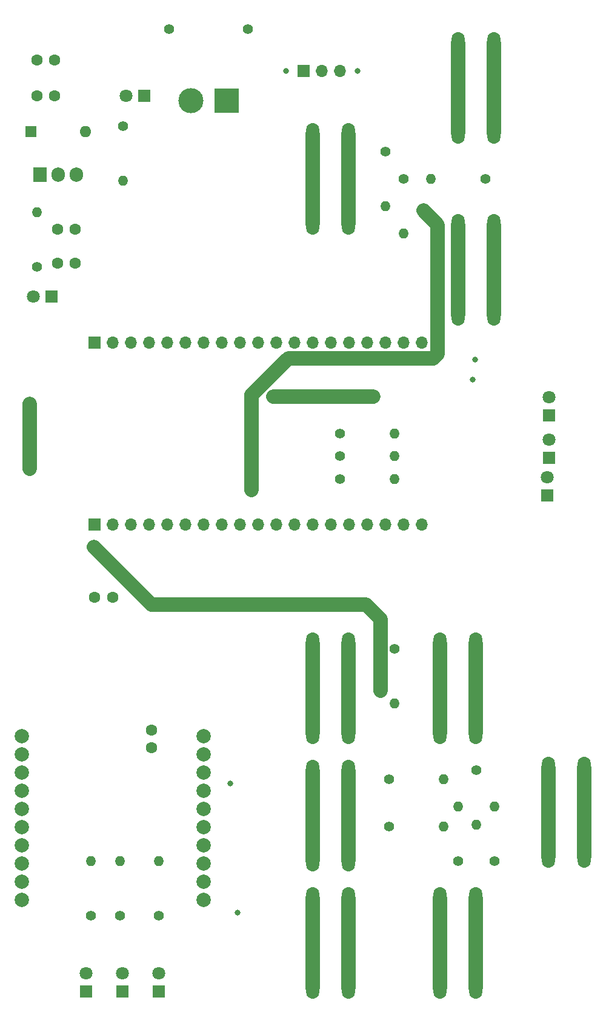
<source format=gbr>
%TF.GenerationSoftware,KiCad,Pcbnew,7.0.2*%
%TF.CreationDate,2024-07-06T11:43:59+09:00*%
%TF.ProjectId,______,b3f3c8ed-fce9-42e6-9b69-6361645f7063,rev?*%
%TF.SameCoordinates,PX63d4a40PYa3140c0*%
%TF.FileFunction,Copper,L1,Top*%
%TF.FilePolarity,Positive*%
%FSLAX46Y46*%
G04 Gerber Fmt 4.6, Leading zero omitted, Abs format (unit mm)*
G04 Created by KiCad (PCBNEW 7.0.2) date 2024-07-06 11:43:59*
%MOMM*%
%LPD*%
G01*
G04 APERTURE LIST*
%TA.AperFunction,ComponentPad*%
%ADD10C,1.400000*%
%TD*%
%TA.AperFunction,ComponentPad*%
%ADD11O,1.400000X1.400000*%
%TD*%
%TA.AperFunction,ComponentPad*%
%ADD12R,1.700000X1.700000*%
%TD*%
%TA.AperFunction,ComponentPad*%
%ADD13O,1.700000X1.700000*%
%TD*%
%TA.AperFunction,ComponentPad*%
%ADD14O,1.850000X3.048000*%
%TD*%
%TA.AperFunction,ComponentPad*%
%ADD15R,1.800000X1.800000*%
%TD*%
%TA.AperFunction,ComponentPad*%
%ADD16C,1.800000*%
%TD*%
%TA.AperFunction,ComponentPad*%
%ADD17C,1.600000*%
%TD*%
%TA.AperFunction,ComponentPad*%
%ADD18R,1.905000X2.000000*%
%TD*%
%TA.AperFunction,ComponentPad*%
%ADD19O,1.905000X2.000000*%
%TD*%
%TA.AperFunction,ComponentPad*%
%ADD20R,1.600000X1.600000*%
%TD*%
%TA.AperFunction,ComponentPad*%
%ADD21O,1.600000X1.600000*%
%TD*%
%TA.AperFunction,ComponentPad*%
%ADD22C,2.000000*%
%TD*%
%TA.AperFunction,ComponentPad*%
%ADD23R,3.500000X3.500000*%
%TD*%
%TA.AperFunction,ComponentPad*%
%ADD24C,3.500000*%
%TD*%
%TA.AperFunction,ViaPad*%
%ADD25C,0.800000*%
%TD*%
%TA.AperFunction,Conductor*%
%ADD26C,2.000000*%
%TD*%
G04 APERTURE END LIST*
D10*
%TO.P,R5,1*%
%TO.N,sw5*%
X62190000Y28000000D03*
D11*
%TO.P,R5,2*%
%TO.N,+3.3V*%
X69810000Y28000000D03*
%TD*%
D12*
%TO.P,U2,1,3V3*%
%TO.N,+3.3V*%
X21020000Y70160000D03*
D13*
%TO.P,U2,2,EN*%
%TO.N,unconnected-(U2-EN-Pad2)*%
X23560000Y70160000D03*
%TO.P,U2,3,SENSOR_VP/VP*%
%TO.N,unconnected-(U2-SENSOR_VP{slash}VP-Pad3)*%
X26100000Y70160000D03*
%TO.P,U2,4,SENSOR_VN/VN*%
%TO.N,unconnected-(U2-SENSOR_VN{slash}VN-Pad4)*%
X28640000Y70160000D03*
%TO.P,U2,5,GPIO34/34*%
%TO.N,sw5*%
X31180000Y70160000D03*
%TO.P,U2,6,GPIO35/35*%
%TO.N,sw2*%
X33720000Y70160000D03*
%TO.P,U2,7,GPIO32/32*%
%TO.N,sw6*%
X36260000Y70160000D03*
%TO.P,U2,8,GPIO33/33*%
%TO.N,sw1*%
X38800000Y70160000D03*
%TO.P,U2,9,GPIO25/25*%
%TO.N,sw3*%
X41340000Y70160000D03*
%TO.P,U2,10,GPIO26/26*%
%TO.N,sw4*%
X43880000Y70160000D03*
%TO.P,U2,11,GPIO27/27*%
%TO.N,LED3*%
X46420000Y70160000D03*
%TO.P,U2,12,MTMS/GPIO14/14*%
%TO.N,LED2*%
X48960000Y70160000D03*
%TO.P,U2,13,MTDI/GPIO13/13*%
%TO.N,LED1*%
X51500000Y70160000D03*
%TO.P,U2,14,GND*%
%TO.N,GND*%
X54040000Y70160000D03*
%TO.P,U2,15,MTCK/GPIO13/13*%
%TO.N,unconnected-(U2-MTCK{slash}GPIO13{slash}13-Pad15)*%
X56580000Y70160000D03*
%TO.P,U2,16,SHD/SD2/SD_DATA_2/D2*%
%TO.N,unconnected-(U2-SHD{slash}SD2{slash}SD_DATA_2{slash}D2-Pad16)*%
X59120000Y70160000D03*
%TO.P,U2,17,SHD/SD3/SD_DATA_3/D3*%
%TO.N,unconnected-(U2-SHD{slash}SD3{slash}SD_DATA_3{slash}D3-Pad17)*%
X61660000Y70160000D03*
%TO.P,U2,18,SCS/CMD/CD_CMD*%
%TO.N,unconnected-(U2-SCS{slash}CMD{slash}CD_CMD-Pad18)*%
X64200000Y70160000D03*
%TO.P,U2,19,5V*%
%TO.N,+5V*%
X66740000Y70160000D03*
D12*
%TO.P,U2,20,CD_CLK/SDK/SLK*%
%TO.N,unconnected-(U2-CD_CLK{slash}SDK{slash}SLK-Pad20)*%
X21020000Y95560000D03*
D13*
%TO.P,U2,21,SD_DATA_0/SDI/SD1*%
%TO.N,unconnected-(U2-SD_DATA_0{slash}SDI{slash}SD1-Pad21)*%
X23560000Y95560000D03*
%TO.P,U2,22,SD_SATA_1/SDO/SD0*%
%TO.N,unconnected-(U2-SD_SATA_1{slash}SDO{slash}SD0-Pad22)*%
X26100000Y95560000D03*
%TO.P,U2,23,15/GPIO15/MTDO*%
%TO.N,togg1*%
X28640000Y95560000D03*
%TO.P,U2,24,2/GPIO2*%
%TO.N,sw9*%
X31180000Y95560000D03*
%TO.P,U2,25,0/GPIO0*%
%TO.N,sw8*%
X33720000Y95560000D03*
%TO.P,U2,26,4/GPIO4*%
%TO.N,sw7*%
X36260000Y95560000D03*
%TO.P,U2,27,16/GPIO16*%
%TO.N,unconnected-(U2-16{slash}GPIO16-Pad27)*%
X38800000Y95560000D03*
%TO.P,U2,28,17/GPIO17*%
%TO.N,unconnected-(U2-17{slash}GPIO17-Pad28)*%
X41340000Y95560000D03*
%TO.P,U2,29,5/GPIO5*%
%TO.N,unconnected-(U2-5{slash}GPIO5-Pad29)*%
X43880000Y95560000D03*
%TO.P,U2,30,18/GPIO18*%
%TO.N,unconnected-(U2-18{slash}GPIO18-Pad30)*%
X46420000Y95560000D03*
%TO.P,U2,31,19/GPIO19*%
%TO.N,unconnected-(U2-19{slash}GPIO19-Pad31)*%
X48960000Y95560000D03*
%TO.P,U2,32*%
%TO.N,N/C*%
X51500000Y95560000D03*
%TO.P,U2,33,21/GPIO21*%
%TO.N,unconnected-(U2-21{slash}GPIO21-Pad33)*%
X54040000Y95560000D03*
%TO.P,U2,34,RX/UORXD*%
%TO.N,IM920TX*%
X56580000Y95560000D03*
%TO.P,U2,35,TX/UOTXD*%
%TO.N,IM920RX*%
X59120000Y95560000D03*
%TO.P,U2,36,22/GPIO22*%
%TO.N,BUSY*%
X61660000Y95560000D03*
%TO.P,U2,37,23/GPIO23*%
%TO.N,RESET*%
X64200000Y95560000D03*
%TO.P,U2,38*%
%TO.N,N/C*%
X66740000Y95560000D03*
%TD*%
D14*
%TO.P,SW4,1*%
%TO.N,GND*%
X89500000Y36240000D03*
X89500000Y23740000D03*
%TO.P,SW4,2*%
%TO.N,sw4*%
X84500000Y36240000D03*
X84500000Y23740000D03*
%TD*%
D10*
%TO.P,R6,1*%
%TO.N,sw6*%
X63000000Y52810000D03*
D11*
%TO.P,R6,2*%
%TO.N,+3.3V*%
X63000000Y45190000D03*
%TD*%
D10*
%TO.P,R17,1*%
%TO.N,LED3*%
X55310000Y82860000D03*
D11*
%TO.P,R17,2*%
%TO.N,Net-(D8-A)*%
X62930000Y82860000D03*
%TD*%
D14*
%TO.P,SW9,1*%
%TO.N,GND*%
X51540000Y112180000D03*
X51540000Y124680000D03*
%TO.P,SW9,2*%
%TO.N,sw9*%
X56540000Y112180000D03*
X56540000Y124680000D03*
%TD*%
D15*
%TO.P,D3,1,K*%
%TO.N,GND*%
X19840000Y5000000D03*
D16*
%TO.P,D3,2,A*%
%TO.N,Net-(D3-A)*%
X19840000Y7540000D03*
%TD*%
D17*
%TO.P,C5,1*%
%TO.N,+BATT*%
X13000000Y130000000D03*
%TO.P,C5,2*%
%TO.N,GND*%
X15500000Y130000000D03*
%TD*%
%TO.P,C6,1*%
%TO.N,+5V*%
X18379749Y106649405D03*
%TO.P,C6,2*%
%TO.N,GND*%
X15879749Y106649405D03*
%TD*%
D10*
%TO.P,R11,1*%
%TO.N,Net-(D2-A)*%
X13000000Y106190000D03*
D11*
%TO.P,R11,2*%
%TO.N,+BATT*%
X13000000Y113810000D03*
%TD*%
D10*
%TO.P,R15,1*%
%TO.N,LED2*%
X55310000Y79710000D03*
D11*
%TO.P,R15,2*%
%TO.N,Net-(D6-A)*%
X62930000Y79710000D03*
%TD*%
D18*
%TO.P,U3,1,VI*%
%TO.N,+BATT*%
X13460000Y119055000D03*
D19*
%TO.P,U3,2,GND*%
%TO.N,GND*%
X16000000Y119055000D03*
%TO.P,U3,3,VO*%
%TO.N,+5V*%
X18540000Y119055000D03*
%TD*%
D20*
%TO.P,D9,1,K*%
%TO.N,+BATT*%
X12190000Y125000000D03*
D21*
%TO.P,D9,2,A*%
%TO.N,+5V*%
X19810000Y125000000D03*
%TD*%
D14*
%TO.P,SW7,1*%
%TO.N,GND*%
X71860000Y99480000D03*
X71860000Y111980000D03*
%TO.P,SW7,2*%
%TO.N,sw7*%
X76860000Y99480000D03*
X76860000Y111980000D03*
%TD*%
D15*
%TO.P,D7,1,K*%
%TO.N,GND*%
X30000000Y5000000D03*
D16*
%TO.P,D7,2,A*%
%TO.N,Net-(D7-A)*%
X30000000Y7540000D03*
%TD*%
D10*
%TO.P,R9,1*%
%TO.N,sw9*%
X61660000Y122230000D03*
D11*
%TO.P,R9,2*%
%TO.N,+3.3V*%
X61660000Y114610000D03*
%TD*%
D10*
%TO.P,R2,1*%
%TO.N,sw2*%
X62190000Y34600000D03*
D11*
%TO.P,R2,2*%
%TO.N,+3.3V*%
X69810000Y34600000D03*
%TD*%
D17*
%TO.P,C1,1*%
%TO.N,+3.3V*%
X21060000Y60000000D03*
%TO.P,C1,2*%
%TO.N,GND*%
X23560000Y60000000D03*
%TD*%
D10*
%TO.P,R14,1*%
%TO.N,LED1*%
X55310000Y76560000D03*
D11*
%TO.P,R14,2*%
%TO.N,Net-(D5-A)*%
X62930000Y76560000D03*
%TD*%
D10*
%TO.P,R13,1*%
%TO.N,Net-(D4-A)*%
X24590000Y15550000D03*
D11*
%TO.P,R13,2*%
%TO.N,SLEEP*%
X24590000Y23170000D03*
%TD*%
D15*
%TO.P,D5,1,K*%
%TO.N,GND*%
X84260000Y74270000D03*
D16*
%TO.P,D5,2,A*%
%TO.N,Net-(D5-A)*%
X84260000Y76810000D03*
%TD*%
D17*
%TO.P,C4,1*%
%TO.N,+BATT*%
X13000000Y135000000D03*
%TO.P,C4,2*%
%TO.N,GND*%
X15500000Y135000000D03*
%TD*%
D14*
%TO.P,SW6,1*%
%TO.N,GND*%
X51540000Y41060000D03*
X51540000Y53560000D03*
%TO.P,SW6,2*%
%TO.N,sw6*%
X56540000Y41060000D03*
X56540000Y53560000D03*
%TD*%
D10*
%TO.P,R8,1*%
%TO.N,sw8*%
X64200000Y118420000D03*
D11*
%TO.P,R8,2*%
%TO.N,+3.3V*%
X64200000Y110800000D03*
%TD*%
D17*
%TO.P,C3,1*%
%TO.N,+5V*%
X18360000Y111420000D03*
%TO.P,C3,2*%
%TO.N,GND*%
X15860000Y111420000D03*
%TD*%
D14*
%TO.P,SW8,1*%
%TO.N,GND*%
X71860000Y124880000D03*
X71860000Y137380000D03*
%TO.P,SW8,2*%
%TO.N,sw8*%
X76860000Y124880000D03*
X76860000Y137380000D03*
%TD*%
D15*
%TO.P,D8,1,K*%
%TO.N,GND*%
X84520000Y85400000D03*
D16*
%TO.P,D8,2,A*%
%TO.N,Net-(D8-A)*%
X84520000Y87940000D03*
%TD*%
D14*
%TO.P,SW2,1*%
%TO.N,GND*%
X69320000Y5500000D03*
X69320000Y18000000D03*
%TO.P,SW2,2*%
%TO.N,sw1*%
X74320000Y5500000D03*
X74320000Y18000000D03*
%TD*%
D17*
%TO.P,C2,1*%
%TO.N,+3.3V*%
X29000000Y39000000D03*
%TO.P,C2,2*%
%TO.N,GND*%
X29000000Y41500000D03*
%TD*%
D14*
%TO.P,SW3,1*%
%TO.N,GND*%
X69320000Y41060000D03*
X69320000Y53560000D03*
%TO.P,SW3,2*%
%TO.N,sw3*%
X74320000Y41060000D03*
X74320000Y53560000D03*
%TD*%
D15*
%TO.P,D4,1,K*%
%TO.N,GND*%
X24920000Y5000000D03*
D16*
%TO.P,D4,2,A*%
%TO.N,Net-(D4-A)*%
X24920000Y7540000D03*
%TD*%
D10*
%TO.P,R7,1*%
%TO.N,sw7*%
X75630000Y118420000D03*
D11*
%TO.P,R7,2*%
%TO.N,+3.3V*%
X68010000Y118420000D03*
%TD*%
D14*
%TO.P,SW5,1*%
%TO.N,GND*%
X51540000Y5500000D03*
X51540000Y18000000D03*
%TO.P,SW5,2*%
%TO.N,sw5*%
X56540000Y5500000D03*
X56540000Y18000000D03*
%TD*%
D10*
%TO.P,R16,1*%
%TO.N,Net-(D7-A)*%
X30000000Y15550000D03*
D11*
%TO.P,R16,2*%
%TO.N,XMIT*%
X30000000Y23170000D03*
%TD*%
D15*
%TO.P,D6,1,K*%
%TO.N,GND*%
X84520000Y79500000D03*
D16*
%TO.P,D6,2,A*%
%TO.N,Net-(D6-A)*%
X84520000Y82040000D03*
%TD*%
D10*
%TO.P,R10,1*%
%TO.N,Net-(D1-A)*%
X25000000Y125810000D03*
D11*
%TO.P,R10,2*%
%TO.N,+5V*%
X25000000Y118190000D03*
%TD*%
D10*
%TO.P,R1,1*%
%TO.N,sw1*%
X71820000Y23170000D03*
D11*
%TO.P,R1,2*%
%TO.N,+3.3V*%
X71820000Y30790000D03*
%TD*%
D22*
%TO.P,U1,1,IO1/RTS/BUSY*%
%TO.N,BUSY*%
X36260000Y17770000D03*
%TO.P,U1,2,IO2*%
%TO.N,unconnected-(U1-IO2-Pad2)*%
X10860000Y17770000D03*
%TO.P,U1,3,IO3*%
%TO.N,XMIT*%
X36260000Y20310000D03*
%TO.P,U1,4,IO4*%
%TO.N,SLEEP*%
X10860000Y20310000D03*
%TO.P,U1,5,IO5*%
%TO.N,unconnected-(U1-IO5-Pad5)*%
X36260000Y22850000D03*
%TO.P,U1,6,IO6/RxD*%
%TO.N,IM920RX*%
X10860000Y22850000D03*
%TO.P,U1,7,IO7/TxD*%
%TO.N,IM920TX*%
X36260000Y25390000D03*
%TO.P,U1,8,IO8*%
%TO.N,unconnected-(U1-IO8-Pad8)*%
X10860000Y25390000D03*
%TO.P,U1,9,IO9*%
%TO.N,unconnected-(U1-IO9-Pad9)*%
X36260000Y27930000D03*
%TO.P,U1,10,IO10*%
%TO.N,unconnected-(U1-IO10-Pad10)*%
X10860000Y27930000D03*
%TO.P,U1,11,NC*%
%TO.N,unconnected-(U1-NC-Pad11)*%
X36260000Y30470000D03*
%TO.P,U1,12,NC*%
%TO.N,unconnected-(U1-NC-Pad12)*%
X10860000Y30470000D03*
%TO.P,U1,13,NC*%
%TO.N,unconnected-(U1-NC-Pad13)*%
X36260000Y33010000D03*
%TO.P,U1,14,NC*%
%TO.N,unconnected-(U1-NC-Pad14)*%
X10860000Y33010000D03*
%TO.P,U1,15,STATUS*%
%TO.N,STATUS*%
X36260000Y35550000D03*
%TO.P,U1,16,REG*%
%TO.N,REG*%
X10860000Y35550000D03*
%TO.P,U1,17,VCC*%
%TO.N,+3.3V*%
X36260000Y38090000D03*
%TO.P,U1,18,GND*%
%TO.N,GND*%
X10860000Y38090000D03*
%TO.P,U1,19,RESET*%
%TO.N,RESET*%
X36260000Y40630000D03*
%TO.P,U1,20,TEST*%
%TO.N,unconnected-(U1-TEST-Pad20)*%
X10860000Y40630000D03*
%TD*%
D15*
%TO.P,D1,1,K*%
%TO.N,GND*%
X28000000Y130000000D03*
D16*
%TO.P,D1,2,A*%
%TO.N,Net-(D1-A)*%
X25460000Y130000000D03*
%TD*%
D12*
%TO.P,SW10,1,O*%
%TO.N,togg1*%
X50280000Y133500000D03*
D13*
%TO.P,SW10,2,P*%
%TO.N,GND*%
X52820000Y133500000D03*
%TO.P,SW10,3,S*%
%TO.N,unconnected-(SW10-S-Pad3)*%
X55360000Y133500000D03*
%TD*%
D10*
%TO.P,R3,1*%
%TO.N,sw3*%
X74360000Y35870000D03*
D11*
%TO.P,R3,2*%
%TO.N,+3.3V*%
X74360000Y28250000D03*
%TD*%
D15*
%TO.P,D2,1,K*%
%TO.N,GND*%
X15000000Y102000000D03*
D16*
%TO.P,D2,2,A*%
%TO.N,Net-(D2-A)*%
X12460000Y102000000D03*
%TD*%
D10*
%TO.P,J1,*%
%TO.N,*%
X31500000Y139325000D03*
X42500000Y139325000D03*
D23*
%TO.P,J1,1,Pin_1*%
%TO.N,+BATT*%
X39500000Y129325000D03*
D24*
%TO.P,J1,2,Pin_2*%
%TO.N,GND*%
X34500000Y129325000D03*
%TD*%
D14*
%TO.P,SW1,1*%
%TO.N,GND*%
X51540000Y23280000D03*
X51540000Y35780000D03*
%TO.P,SW1,2*%
%TO.N,sw2*%
X56540000Y23280000D03*
X56540000Y35780000D03*
%TD*%
D10*
%TO.P,R4,1*%
%TO.N,sw4*%
X76900000Y23170000D03*
D11*
%TO.P,R4,2*%
%TO.N,+3.3V*%
X76900000Y30790000D03*
%TD*%
D10*
%TO.P,R12,1*%
%TO.N,Net-(D3-A)*%
X20540000Y15550000D03*
D11*
%TO.P,R12,2*%
%TO.N,STATUS*%
X20540000Y23170000D03*
%TD*%
D25*
%TO.N,*%
X57820000Y133500000D03*
X47820000Y133500000D03*
%TO.N,+3.3V*%
X43000000Y75000000D03*
X61000000Y47000000D03*
X21000000Y67000000D03*
X67000000Y114000000D03*
%TO.N,GND*%
X12000000Y78000000D03*
X12000000Y87000000D03*
%TO.N,+5V*%
X46000000Y88000000D03*
X60000000Y88000000D03*
%TO.N,BUSY*%
X41000000Y16000000D03*
X73862425Y90400851D03*
%TO.N,RESET*%
X40000000Y34000000D03*
X74187319Y93194936D03*
%TD*%
D26*
%TO.N,+3.3V*%
X67000000Y114000000D02*
X69000000Y112000000D01*
X61000000Y57000000D02*
X61000000Y47000000D01*
X59000000Y59000000D02*
X61000000Y57000000D01*
X68410000Y93410000D02*
X48157309Y93410000D01*
X69000000Y94000000D02*
X68410000Y93410000D01*
X43000000Y88252691D02*
X43000000Y75000000D01*
X48157309Y93410000D02*
X43000000Y88252691D01*
X69000000Y112000000D02*
X69000000Y94000000D01*
X29000000Y59000000D02*
X59000000Y59000000D01*
X21000000Y67000000D02*
X29000000Y59000000D01*
%TO.N,GND*%
X51540000Y112180000D02*
X51540000Y124680000D01*
X69320000Y5500000D02*
X69320000Y18000000D01*
X71860000Y124880000D02*
X71860000Y137380000D01*
X71860000Y99480000D02*
X71860000Y111980000D01*
X51540000Y23280000D02*
X51540000Y35780000D01*
X51540000Y5500000D02*
X51540000Y18000000D01*
X12000000Y78000000D02*
X12000000Y87000000D01*
X69320000Y41060000D02*
X69320000Y53560000D01*
X89500000Y23740000D02*
X89500000Y36240000D01*
X51540000Y41060000D02*
X51540000Y53560000D01*
%TO.N,+5V*%
X60000000Y88000000D02*
X46000000Y88000000D01*
%TO.N,sw1*%
X74320000Y5500000D02*
X74320000Y18000000D01*
%TO.N,sw2*%
X56540000Y23280000D02*
X56540000Y35780000D01*
%TO.N,sw3*%
X74320000Y41060000D02*
X74320000Y53560000D01*
%TO.N,sw4*%
X84500000Y23740000D02*
X84500000Y36240000D01*
%TO.N,sw5*%
X56540000Y5500000D02*
X56540000Y18000000D01*
%TO.N,sw6*%
X56540000Y41060000D02*
X56540000Y53560000D01*
%TO.N,sw7*%
X76860000Y99480000D02*
X76860000Y111980000D01*
%TO.N,sw8*%
X76860000Y124880000D02*
X76860000Y137380000D01*
%TO.N,sw9*%
X56540000Y112180000D02*
X56540000Y124680000D01*
%TD*%
M02*

</source>
